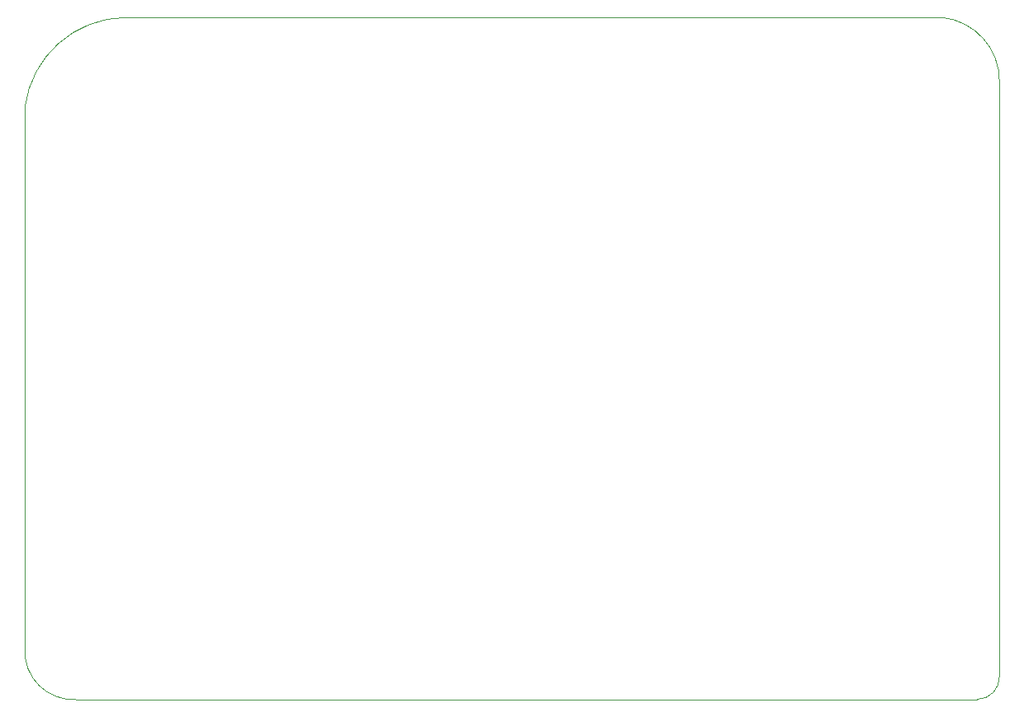
<source format=gbr>
%TF.GenerationSoftware,KiCad,Pcbnew,(6.0.2)*%
%TF.CreationDate,2022-03-20T21:01:51+02:00*%
%TF.ProjectId,main,6d61696e-2e6b-4696-9361-645f70636258,rev?*%
%TF.SameCoordinates,Original*%
%TF.FileFunction,Paste,Bot*%
%TF.FilePolarity,Positive*%
%FSLAX46Y46*%
G04 Gerber Fmt 4.6, Leading zero omitted, Abs format (unit mm)*
G04 Created by KiCad (PCBNEW (6.0.2)) date 2022-03-20 21:01:51*
%MOMM*%
%LPD*%
G01*
G04 APERTURE LIST*
%TA.AperFunction,Profile*%
%ADD10C,0.100000*%
%TD*%
G04 APERTURE END LIST*
D10*
X189700000Y-76480000D02*
X189700000Y-137400000D01*
X100060000Y-69849999D02*
G75*
G03*
X89700000Y-79080000I93771J-10534423D01*
G01*
X89700000Y-134650000D02*
X89700000Y-79080000D01*
X187390000Y-139830000D02*
G75*
G03*
X189700000Y-137400000I17847J2295998D01*
G01*
X100060000Y-69850000D02*
X183790000Y-69850000D01*
X189700000Y-76480000D02*
G75*
G03*
X183790000Y-69850000I-6555369J105621D01*
G01*
X187390000Y-139830000D02*
X94910000Y-139830000D01*
X89700000Y-134650000D02*
G75*
G03*
X94910000Y-139830000I4932314J-249207D01*
G01*
M02*

</source>
